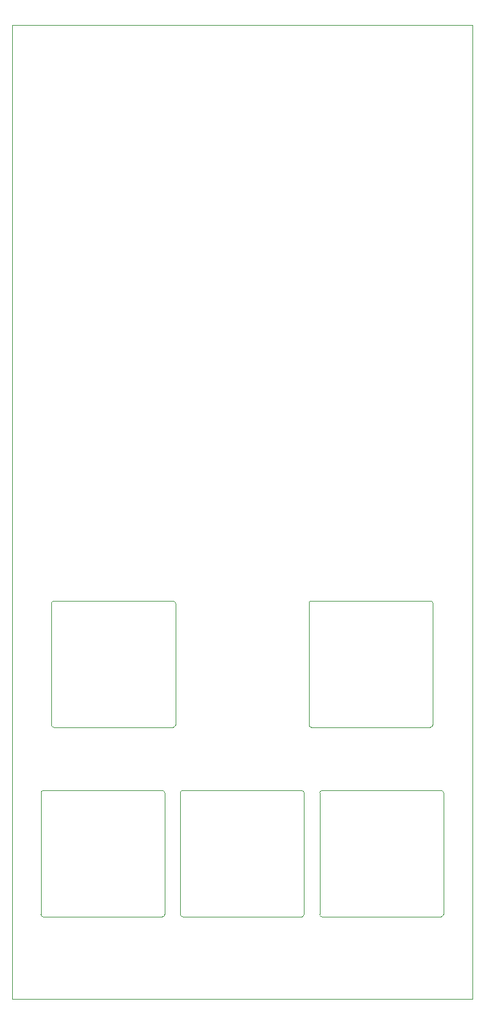
<source format=gbr>
%TF.GenerationSoftware,KiCad,Pcbnew,(6.0.11)*%
%TF.CreationDate,2023-01-29T15:03:24+00:00*%
%TF.ProjectId,Quadraphone_Panel,51756164-7261-4706-986f-6e655f50616e,rev?*%
%TF.SameCoordinates,Original*%
%TF.FileFunction,Profile,NP*%
%FSLAX46Y46*%
G04 Gerber Fmt 4.6, Leading zero omitted, Abs format (unit mm)*
G04 Created by KiCad (PCBNEW (6.0.11)) date 2023-01-29 15:03:24*
%MOMM*%
%LPD*%
G01*
G04 APERTURE LIST*
%TA.AperFunction,Profile*%
%ADD10C,0.100000*%
%TD*%
%TA.AperFunction,Profile*%
%ADD11C,0.120000*%
%TD*%
G04 APERTURE END LIST*
D10*
X49600000Y-165200000D02*
X110400000Y-165200000D01*
X49600000Y-36700000D02*
X49600000Y-165200000D01*
X110400000Y-36700000D02*
X110400000Y-165200000D01*
X49600000Y-36700000D02*
X110400000Y-36700000D01*
D11*
%TO.C,Output*%
X87880000Y-154320000D02*
X72120000Y-154320000D01*
X88190000Y-137980000D02*
X88190000Y-154020000D01*
X87880000Y-137680000D02*
X72120000Y-137680000D01*
X71840000Y-137980000D02*
X71840000Y-154020000D01*
X87880001Y-154319990D02*
G75*
G03*
X88190000Y-154020000I17299J292290D01*
G01*
X88189942Y-137980001D02*
G75*
G03*
X87880000Y-137680000I-306742J-6799D01*
G01*
X71839999Y-154020000D02*
G75*
G03*
X72120000Y-154320000I291316J-8772D01*
G01*
X72120000Y-137679999D02*
G75*
G03*
X71840000Y-137980000I12375J-292217D01*
G01*
%TO.C,PWM_In*%
X105190000Y-112980000D02*
X105190000Y-129020000D01*
X88840000Y-112980000D02*
X88840000Y-129020000D01*
X104880000Y-129320000D02*
X89120000Y-129320000D01*
X104880000Y-112680000D02*
X89120000Y-112680000D01*
X88839999Y-129020000D02*
G75*
G03*
X89120000Y-129320000I291316J-8772D01*
G01*
X89120000Y-112679999D02*
G75*
G03*
X88840000Y-112980000I12375J-292217D01*
G01*
X104880001Y-129319990D02*
G75*
G03*
X105190000Y-129020000I17299J292290D01*
G01*
X105189942Y-112980001D02*
G75*
G03*
X104880000Y-112680000I-306742J-6799D01*
G01*
%TO.C,Synch_In*%
X106590000Y-137980000D02*
X106590000Y-154020000D01*
X106280000Y-137680000D02*
X90520000Y-137680000D01*
X106280000Y-154320000D02*
X90520000Y-154320000D01*
X90240000Y-137980000D02*
X90240000Y-154020000D01*
X90239999Y-154020000D02*
G75*
G03*
X90520000Y-154320000I291316J-8772D01*
G01*
X90520000Y-137679999D02*
G75*
G03*
X90240000Y-137980000I12375J-292217D01*
G01*
X106280001Y-154319990D02*
G75*
G03*
X106590000Y-154020000I17299J292290D01*
G01*
X106589942Y-137980001D02*
G75*
G03*
X106280000Y-137680000I-306742J-6799D01*
G01*
%TO.C,FM_In*%
X54840000Y-112980000D02*
X54840000Y-129020000D01*
X70880000Y-129320000D02*
X55120000Y-129320000D01*
X71190000Y-112980000D02*
X71190000Y-129020000D01*
X70880000Y-112680000D02*
X55120000Y-112680000D01*
X54839999Y-129020000D02*
G75*
G03*
X55120000Y-129320000I291316J-8772D01*
G01*
X71189942Y-112980001D02*
G75*
G03*
X70880000Y-112680000I-306742J-6799D01*
G01*
X55120000Y-112679999D02*
G75*
G03*
X54840000Y-112980000I12375J-292217D01*
G01*
X70880001Y-129319990D02*
G75*
G03*
X71190000Y-129020000I17299J292290D01*
G01*
%TO.C,V_per_Oct_In*%
X69480000Y-137680000D02*
X53720000Y-137680000D01*
X69790000Y-137980000D02*
X69790000Y-154020000D01*
X69480000Y-154320000D02*
X53720000Y-154320000D01*
X53440000Y-137980000D02*
X53440000Y-154020000D01*
X53439999Y-154020000D02*
G75*
G03*
X53720000Y-154320000I291316J-8772D01*
G01*
X69789942Y-137980001D02*
G75*
G03*
X69480000Y-137680000I-306742J-6799D01*
G01*
X69480001Y-154319990D02*
G75*
G03*
X69790000Y-154020000I17299J292290D01*
G01*
X53720000Y-137679999D02*
G75*
G03*
X53440000Y-137980000I12375J-292217D01*
G01*
%TD*%
M02*

</source>
